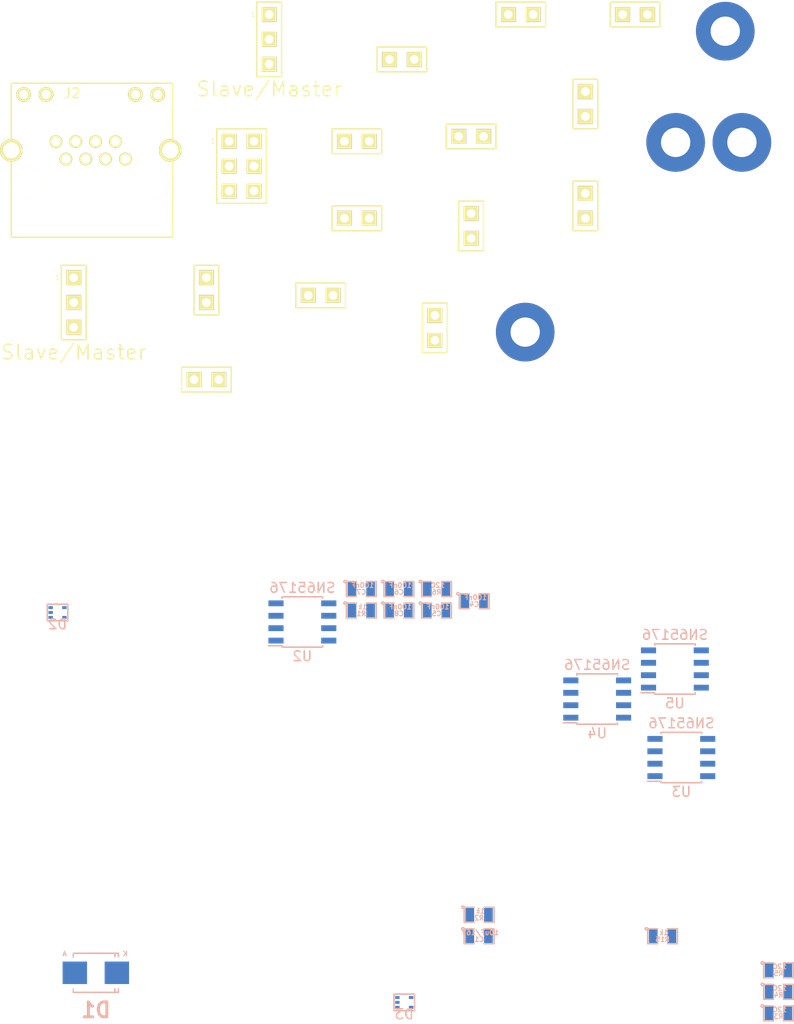
<source format=kicad_pcb>
(kicad_pcb (version 20160815) (host pcbnew 4.1.0-alpha+201609050731+7118~50~ubuntu16.04.1-product)

  (general
    (links 105)
    (no_connects 105)
    (area 0 0 0 0)
    (thickness 1.6)
    (drawings 0)
    (tracks 0)
    (zones 0)
    (modules 41)
    (nets 21)
  )

  (page A4)
  (layers
    (0 F.Cu signal)
    (31 B.Cu signal)
    (32 B.Adhes user)
    (33 F.Adhes user)
    (34 B.Paste user)
    (35 F.Paste user)
    (36 B.SilkS user)
    (37 F.SilkS user)
    (38 B.Mask user)
    (39 F.Mask user)
    (40 Dwgs.User user)
    (41 Cmts.User user)
    (42 Eco1.User user)
    (43 Eco2.User user)
    (44 Edge.Cuts user)
    (45 Margin user)
    (46 B.CrtYd user)
    (47 F.CrtYd user)
    (48 B.Fab user)
    (49 F.Fab user)
  )

  (setup
    (last_trace_width 0.25)
    (user_trace_width 0.25)
    (user_trace_width 0.3)
    (user_trace_width 0.4)
    (user_trace_width 0.5)
    (user_trace_width 0.6)
    (user_trace_width 0.7)
    (user_trace_width 0.8)
    (user_trace_width 0.9)
    (trace_clearance 0.2)
    (zone_clearance 0.2)
    (zone_45_only no)
    (trace_min 0.2)
    (segment_width 0.2)
    (edge_width 0.1)
    (via_size 0.89)
    (via_drill 0.5)
    (via_min_size 0.7)
    (via_min_drill 0.3)
    (uvia_size 0.3)
    (uvia_drill 0.127)
    (uvias_allowed no)
    (uvia_min_size 0.3)
    (uvia_min_drill 0.1)
    (pcb_text_width 0.3)
    (pcb_text_size 1.5 1.5)
    (mod_edge_width 0.15)
    (mod_text_size 1 1)
    (mod_text_width 0.15)
    (pad_size 1.5 1.5)
    (pad_drill 0.6)
    (pad_to_mask_clearance 0.12)
    (aux_axis_origin 0 0)
    (visible_elements 7FFFFF7F)
    (pcbplotparams
      (layerselection 0x010e0_80000001)
      (usegerberextensions false)
      (excludeedgelayer true)
      (linewidth 0.300000)
      (plotframeref false)
      (viasonmask false)
      (mode 1)
      (useauxorigin false)
      (hpglpennumber 1)
      (hpglpenspeed 20)
      (hpglpendiameter 15)
      (psnegative false)
      (psa4output false)
      (plotreference true)
      (plotvalue true)
      (plotinvisibletext false)
      (padsonsilk false)
      (subtractmaskfromsilk false)
      (outputformat 1)
      (mirror false)
      (drillshape 0)
      (scaleselection 1)
      (outputdirectory ../CAM_PROFI/))
  )

  (net 0 "")
  (net 1 VDD)
  (net 2 GND)
  (net 3 "Net-(C8-Pad1)")
  (net 4 /MISO+)
  (net 5 /MISO-)
  (net 6 /MOSI-)
  (net 7 /MOSI+)
  (net 8 /CS+)
  (net 9 /CS-)
  (net 10 /SCLK-)
  (net 11 /SCLK+)
  (net 12 "Net-(J2-Pad10)")
  (net 13 /SLAVE_K)
  (net 14 "Net-(J2-Pad12)")
  (net 15 /MASTER_A)
  (net 16 /MISO)
  (net 17 /MOSI)
  (net 18 /CS)
  (net 19 /SCLK)
  (net 20 "Net-(U3-Pad1)")

  (net_class Default "Toto je výchozí třída sítě."
    (clearance 0.2)
    (trace_width 0.25)
    (via_dia 0.89)
    (via_drill 0.5)
    (uvia_dia 0.3)
    (uvia_drill 0.127)
    (diff_pair_gap 0.25)
    (diff_pair_width 0.2)
    (add_net /CS)
    (add_net /CS+)
    (add_net /CS-)
    (add_net /MASTER_A)
    (add_net /MISO)
    (add_net /MISO+)
    (add_net /MISO-)
    (add_net /MOSI)
    (add_net /MOSI+)
    (add_net /MOSI-)
    (add_net /SCLK)
    (add_net /SCLK+)
    (add_net /SCLK-)
    (add_net /SLAVE_K)
    (add_net GND)
    (add_net "Net-(C8-Pad1)")
    (add_net "Net-(J2-Pad10)")
    (add_net "Net-(J2-Pad12)")
    (add_net "Net-(U3-Pad1)")
    (add_net VDD)
  )

  (net_class dif ""
    (clearance 0.2)
    (trace_width 0.4)
    (via_dia 0.89)
    (via_drill 0.5)
    (uvia_dia 0.3)
    (uvia_drill 0.127)
    (diff_pair_gap 0.25)
    (diff_pair_width 0.2)
  )

  (module Mlab_R:SMD-0805 (layer B.Cu) (tedit 54799E0C) (tstamp 57DBB088)
    (at 46.638101 33.504881)
    (path /568BD989)
    (attr smd)
    (fp_text reference C1 (at 0 0.3175) (layer B.SilkS)
      (effects (font (size 0.50038 0.50038) (thickness 0.10922)) (justify mirror))
    )
    (fp_text value 10uF/16V (at 0.127 -0.381) (layer B.SilkS)
      (effects (font (size 0.50038 0.50038) (thickness 0.10922)) (justify mirror))
    )
    (fp_circle (center -1.651 -0.762) (end -1.651 -0.635) (layer B.SilkS) (width 0.15))
    (fp_line (start -0.508 -0.762) (end -1.524 -0.762) (layer B.SilkS) (width 0.15))
    (fp_line (start -1.524 -0.762) (end -1.524 0.762) (layer B.SilkS) (width 0.15))
    (fp_line (start -1.524 0.762) (end -0.508 0.762) (layer B.SilkS) (width 0.15))
    (fp_line (start 0.508 0.762) (end 1.524 0.762) (layer B.SilkS) (width 0.15))
    (fp_line (start 1.524 0.762) (end 1.524 -0.762) (layer B.SilkS) (width 0.15))
    (fp_line (start 1.524 -0.762) (end 0.508 -0.762) (layer B.SilkS) (width 0.15))
    (pad 1 smd rect (at -0.9525 0) (size 0.889 1.397) (layers B.Cu B.Paste B.Mask)
      (net 1 VDD))
    (pad 2 smd rect (at 0.9525 0) (size 0.889 1.397) (layers B.Cu B.Paste B.Mask)
      (net 2 GND))
    (model MLAB_3D/Resistors/chip_cms.wrl
      (at (xyz 0 0 0))
      (scale (xyz 0.1 0.1 0.1))
      (rotate (xyz 0 0 0))
    )
  )

  (module Mlab_R:SMD-0805 (layer B.Cu) (tedit 54799E0C) (tstamp 57DBB095)
    (at 46.138101 -0.755119)
    (path /57DA989E)
    (attr smd)
    (fp_text reference C4 (at 0 0.3175) (layer B.SilkS)
      (effects (font (size 0.50038 0.50038) (thickness 0.10922)) (justify mirror))
    )
    (fp_text value 100nF (at 0.127 -0.381) (layer B.SilkS)
      (effects (font (size 0.50038 0.50038) (thickness 0.10922)) (justify mirror))
    )
    (fp_circle (center -1.651 -0.762) (end -1.651 -0.635) (layer B.SilkS) (width 0.15))
    (fp_line (start -0.508 -0.762) (end -1.524 -0.762) (layer B.SilkS) (width 0.15))
    (fp_line (start -1.524 -0.762) (end -1.524 0.762) (layer B.SilkS) (width 0.15))
    (fp_line (start -1.524 0.762) (end -0.508 0.762) (layer B.SilkS) (width 0.15))
    (fp_line (start 0.508 0.762) (end 1.524 0.762) (layer B.SilkS) (width 0.15))
    (fp_line (start 1.524 0.762) (end 1.524 -0.762) (layer B.SilkS) (width 0.15))
    (fp_line (start 1.524 -0.762) (end 0.508 -0.762) (layer B.SilkS) (width 0.15))
    (pad 1 smd rect (at -0.9525 0) (size 0.889 1.397) (layers B.Cu B.Paste B.Mask)
      (net 1 VDD))
    (pad 2 smd rect (at 0.9525 0) (size 0.889 1.397) (layers B.Cu B.Paste B.Mask)
      (net 2 GND))
    (model MLAB_3D/Resistors/chip_cms.wrl
      (at (xyz 0 0 0))
      (scale (xyz 0.1 0.1 0.1))
      (rotate (xyz 0 0 0))
    )
  )

  (module Mlab_R:SMD-0805 (layer B.Cu) (tedit 54799E0C) (tstamp 57DBB0A2)
    (at 42.288101 0.194881)
    (path /55C33655)
    (attr smd)
    (fp_text reference C5 (at 0 0.3175) (layer B.SilkS)
      (effects (font (size 0.50038 0.50038) (thickness 0.10922)) (justify mirror))
    )
    (fp_text value 100nF (at 0.127 -0.381) (layer B.SilkS)
      (effects (font (size 0.50038 0.50038) (thickness 0.10922)) (justify mirror))
    )
    (fp_circle (center -1.651 -0.762) (end -1.651 -0.635) (layer B.SilkS) (width 0.15))
    (fp_line (start -0.508 -0.762) (end -1.524 -0.762) (layer B.SilkS) (width 0.15))
    (fp_line (start -1.524 -0.762) (end -1.524 0.762) (layer B.SilkS) (width 0.15))
    (fp_line (start -1.524 0.762) (end -0.508 0.762) (layer B.SilkS) (width 0.15))
    (fp_line (start 0.508 0.762) (end 1.524 0.762) (layer B.SilkS) (width 0.15))
    (fp_line (start 1.524 0.762) (end 1.524 -0.762) (layer B.SilkS) (width 0.15))
    (fp_line (start 1.524 -0.762) (end 0.508 -0.762) (layer B.SilkS) (width 0.15))
    (pad 1 smd rect (at -0.9525 0) (size 0.889 1.397) (layers B.Cu B.Paste B.Mask)
      (net 1 VDD))
    (pad 2 smd rect (at 0.9525 0) (size 0.889 1.397) (layers B.Cu B.Paste B.Mask)
      (net 2 GND))
    (model MLAB_3D/Resistors/chip_cms.wrl
      (at (xyz 0 0 0))
      (scale (xyz 0.1 0.1 0.1))
      (rotate (xyz 0 0 0))
    )
  )

  (module Mlab_R:SMD-0805 (layer B.Cu) (tedit 54799E0C) (tstamp 57DBB0AF)
    (at 38.438101 -2.005119)
    (path /57DA9B5B)
    (attr smd)
    (fp_text reference C6 (at 0 0.3175) (layer B.SilkS)
      (effects (font (size 0.50038 0.50038) (thickness 0.10922)) (justify mirror))
    )
    (fp_text value 100nF (at 0.127 -0.381) (layer B.SilkS)
      (effects (font (size 0.50038 0.50038) (thickness 0.10922)) (justify mirror))
    )
    (fp_circle (center -1.651 -0.762) (end -1.651 -0.635) (layer B.SilkS) (width 0.15))
    (fp_line (start -0.508 -0.762) (end -1.524 -0.762) (layer B.SilkS) (width 0.15))
    (fp_line (start -1.524 -0.762) (end -1.524 0.762) (layer B.SilkS) (width 0.15))
    (fp_line (start -1.524 0.762) (end -0.508 0.762) (layer B.SilkS) (width 0.15))
    (fp_line (start 0.508 0.762) (end 1.524 0.762) (layer B.SilkS) (width 0.15))
    (fp_line (start 1.524 0.762) (end 1.524 -0.762) (layer B.SilkS) (width 0.15))
    (fp_line (start 1.524 -0.762) (end 0.508 -0.762) (layer B.SilkS) (width 0.15))
    (pad 1 smd rect (at -0.9525 0) (size 0.889 1.397) (layers B.Cu B.Paste B.Mask)
      (net 1 VDD))
    (pad 2 smd rect (at 0.9525 0) (size 0.889 1.397) (layers B.Cu B.Paste B.Mask)
      (net 2 GND))
    (model MLAB_3D/Resistors/chip_cms.wrl
      (at (xyz 0 0 0))
      (scale (xyz 0.1 0.1 0.1))
      (rotate (xyz 0 0 0))
    )
  )

  (module Mlab_R:SMD-0805 (layer B.Cu) (tedit 54799E0C) (tstamp 57DBB0BC)
    (at 34.588101 -2.005119)
    (path /57DA9B2A)
    (attr smd)
    (fp_text reference C7 (at 0 0.3175) (layer B.SilkS)
      (effects (font (size 0.50038 0.50038) (thickness 0.10922)) (justify mirror))
    )
    (fp_text value 100nF (at 0.127 -0.381) (layer B.SilkS)
      (effects (font (size 0.50038 0.50038) (thickness 0.10922)) (justify mirror))
    )
    (fp_circle (center -1.651 -0.762) (end -1.651 -0.635) (layer B.SilkS) (width 0.15))
    (fp_line (start -0.508 -0.762) (end -1.524 -0.762) (layer B.SilkS) (width 0.15))
    (fp_line (start -1.524 -0.762) (end -1.524 0.762) (layer B.SilkS) (width 0.15))
    (fp_line (start -1.524 0.762) (end -0.508 0.762) (layer B.SilkS) (width 0.15))
    (fp_line (start 0.508 0.762) (end 1.524 0.762) (layer B.SilkS) (width 0.15))
    (fp_line (start 1.524 0.762) (end 1.524 -0.762) (layer B.SilkS) (width 0.15))
    (fp_line (start 1.524 -0.762) (end 0.508 -0.762) (layer B.SilkS) (width 0.15))
    (pad 1 smd rect (at -0.9525 0) (size 0.889 1.397) (layers B.Cu B.Paste B.Mask)
      (net 1 VDD))
    (pad 2 smd rect (at 0.9525 0) (size 0.889 1.397) (layers B.Cu B.Paste B.Mask)
      (net 2 GND))
    (model MLAB_3D/Resistors/chip_cms.wrl
      (at (xyz 0 0 0))
      (scale (xyz 0.1 0.1 0.1))
      (rotate (xyz 0 0 0))
    )
  )

  (module Mlab_R:SMD-0805 (layer B.Cu) (tedit 54799E0C) (tstamp 57DBB0C9)
    (at 38.438101 0.194881)
    (path /56B25436)
    (attr smd)
    (fp_text reference C8 (at 0 0.3175) (layer B.SilkS)
      (effects (font (size 0.50038 0.50038) (thickness 0.10922)) (justify mirror))
    )
    (fp_text value 100nF (at 0.127 -0.381) (layer B.SilkS)
      (effects (font (size 0.50038 0.50038) (thickness 0.10922)) (justify mirror))
    )
    (fp_circle (center -1.651 -0.762) (end -1.651 -0.635) (layer B.SilkS) (width 0.15))
    (fp_line (start -0.508 -0.762) (end -1.524 -0.762) (layer B.SilkS) (width 0.15))
    (fp_line (start -1.524 -0.762) (end -1.524 0.762) (layer B.SilkS) (width 0.15))
    (fp_line (start -1.524 0.762) (end -0.508 0.762) (layer B.SilkS) (width 0.15))
    (fp_line (start 0.508 0.762) (end 1.524 0.762) (layer B.SilkS) (width 0.15))
    (fp_line (start 1.524 0.762) (end 1.524 -0.762) (layer B.SilkS) (width 0.15))
    (fp_line (start 1.524 -0.762) (end 0.508 -0.762) (layer B.SilkS) (width 0.15))
    (pad 1 smd rect (at -0.9525 0) (size 0.889 1.397) (layers B.Cu B.Paste B.Mask)
      (net 3 "Net-(C8-Pad1)"))
    (pad 2 smd rect (at 0.9525 0) (size 0.889 1.397) (layers B.Cu B.Paste B.Mask)
      (net 2 GND))
    (model MLAB_3D/Resistors/chip_cms.wrl
      (at (xyz 0 0 0))
      (scale (xyz 0.1 0.1 0.1))
      (rotate (xyz 0 0 0))
    )
  )

  (module Mlab_D:Diode-SMB_Standard (layer B.Cu) (tedit 57AB3066) (tstamp 57DBB0E1)
    (at 7.4295 37.238402)
    (descr "Diode SMB Standard")
    (tags "Diode SMB Standard")
    (path /568C1495)
    (attr smd)
    (fp_text reference D1 (at 0 3.81) (layer B.SilkS)
      (effects (font (thickness 0.3048)) (justify mirror))
    )
    (fp_text value SMBJ15A-E3/52 (at 0 -3.81) (layer B.SilkS) hide
      (effects (font (thickness 0.3048)) (justify mirror))
    )
    (fp_text user A (at -3.2004 -1.95072) (layer B.SilkS)
      (effects (font (size 0.50038 0.50038) (thickness 0.09906)) (justify mirror))
    )
    (fp_text user K (at 2.99974 -1.95072) (layer B.SilkS)
      (effects (font (size 0.50038 0.50038) (thickness 0.09906)) (justify mirror))
    )
    (fp_line (start -2.30124 -1.75006) (end -2.30124 -1.6002) (layer B.SilkS) (width 0.15))
    (fp_line (start 1.95072 -1.75006) (end 1.95072 -1.651) (layer B.SilkS) (width 0.15))
    (fp_line (start 2.30124 -1.75006) (end 2.30124 -1.651) (layer B.SilkS) (width 0.15))
    (fp_line (start -2.30124 1.75006) (end -2.30124 1.651) (layer B.SilkS) (width 0.15))
    (fp_line (start 1.95072 1.75006) (end 1.95072 1.651) (layer B.SilkS) (width 0.15))
    (fp_line (start 2.30124 1.75006) (end 2.30124 1.651) (layer B.SilkS) (width 0.15))
    (fp_circle (center 0 0) (end 0.44958 -0.09906) (layer B.Adhes) (width 0.381))
    (fp_circle (center 0 0) (end 0.20066 -0.09906) (layer B.Adhes) (width 0.381))
    (fp_line (start 1.95072 -1.99898) (end 1.95072 -1.80086) (layer B.SilkS) (width 0.15))
    (fp_line (start 1.95072 1.99898) (end 1.95072 1.80086) (layer B.SilkS) (width 0.15))
    (fp_line (start 2.29616 -1.99644) (end 2.29616 -1.79832) (layer B.SilkS) (width 0.15))
    (fp_line (start -2.30632 -1.99644) (end 2.29616 -1.99644) (layer B.SilkS) (width 0.15))
    (fp_line (start -2.30632 -1.99644) (end -2.30632 -1.79832) (layer B.SilkS) (width 0.15))
    (fp_line (start -2.30124 1.99898) (end -2.30124 1.80086) (layer B.SilkS) (width 0.15))
    (fp_line (start -2.30124 1.99898) (end 2.30124 1.99898) (layer B.SilkS) (width 0.15))
    (fp_line (start 2.30124 1.99898) (end 2.30124 1.80086) (layer B.SilkS) (width 0.15))
    (pad 2 smd rect (at -2.14884 0) (size 2.49936 2.30124) (layers B.Cu B.Paste B.Mask)
      (net 1 VDD))
    (pad 1 smd rect (at 2.14884 0) (size 2.49936 2.30124) (layers B.Cu B.Paste B.Mask)
      (net 2 GND))
    (model MLAB_3D/Diodes/SMB.wrl
      (at (xyz 0 0 0))
      (scale (xyz 0.3937 0.3937 0.3937))
      (rotate (xyz 0 0 0))
    )
  )

  (module Mlab_IO:SOT-553 (layer B.Cu) (tedit 568CDF02) (tstamp 57DBB0EE)
    (at 3.509624 0.395502)
    (descr SOT553)
    (path /568CF656)
    (attr smd)
    (fp_text reference D2 (at 0 1.19888) (layer B.SilkS)
      (effects (font (size 1 1) (thickness 0.15)) (justify mirror))
    )
    (fp_text value SP1001-04XTG (at 0 -1.34874) (layer B.Fab) hide
      (effects (font (size 1 1) (thickness 0.15)) (justify mirror))
    )
    (fp_line (start -1.04902 0.8509) (end 1.04902 0.8509) (layer B.SilkS) (width 0.15))
    (fp_line (start 1.04902 0.8509) (end 1.04902 -0.8509) (layer B.SilkS) (width 0.15))
    (fp_line (start 1.04902 -0.8509) (end -1.04902 -0.8509) (layer B.SilkS) (width 0.15))
    (fp_line (start -1.04902 -0.8509) (end -1.04902 0.8509) (layer B.SilkS) (width 0.15))
    (pad 1 smd rect (at -0.70104 0.50038) (size 0.44958 0.29972) (layers B.Cu B.Paste B.Mask)
      (net 4 /MISO+))
    (pad 3 smd rect (at -0.70104 -0.50038) (size 0.44958 0.29972) (layers B.Cu B.Paste B.Mask)
      (net 5 /MISO-))
    (pad 5 smd rect (at 0.70104 0.50038) (size 0.44958 0.29972) (layers B.Cu B.Paste B.Mask)
      (net 6 /MOSI-))
    (pad 2 smd rect (at -0.70104 0) (size 0.44958 0.29972) (layers B.Cu B.Paste B.Mask)
      (net 2 GND))
    (pad 4 smd rect (at 0.70104 -0.50038) (size 0.44958 0.29972) (layers B.Cu B.Paste B.Mask)
      (net 7 /MOSI+))
    (model TO_SOT_Packages_SMD.3dshapes/SOT-553.wrl
      (at (xyz 0 0 0))
      (scale (xyz 0.77 0.65 0.7))
      (rotate (xyz 0 0 90))
    )
  )

  (module Mlab_IO:SOT-553 (layer B.Cu) (tedit 568CDF02) (tstamp 57DBB0FB)
    (at 38.979624 40.265502)
    (descr SOT553)
    (path /568CFCCB)
    (attr smd)
    (fp_text reference D3 (at 0 1.19888) (layer B.SilkS)
      (effects (font (size 1 1) (thickness 0.15)) (justify mirror))
    )
    (fp_text value SP1001-04XTG (at 0 -1.34874) (layer B.Fab) hide
      (effects (font (size 1 1) (thickness 0.15)) (justify mirror))
    )
    (fp_line (start -1.04902 0.8509) (end 1.04902 0.8509) (layer B.SilkS) (width 0.15))
    (fp_line (start 1.04902 0.8509) (end 1.04902 -0.8509) (layer B.SilkS) (width 0.15))
    (fp_line (start 1.04902 -0.8509) (end -1.04902 -0.8509) (layer B.SilkS) (width 0.15))
    (fp_line (start -1.04902 -0.8509) (end -1.04902 0.8509) (layer B.SilkS) (width 0.15))
    (pad 1 smd rect (at -0.70104 0.50038) (size 0.44958 0.29972) (layers B.Cu B.Paste B.Mask)
      (net 8 /CS+))
    (pad 3 smd rect (at -0.70104 -0.50038) (size 0.44958 0.29972) (layers B.Cu B.Paste B.Mask)
      (net 9 /CS-))
    (pad 5 smd rect (at 0.70104 0.50038) (size 0.44958 0.29972) (layers B.Cu B.Paste B.Mask)
      (net 10 /SCLK-))
    (pad 2 smd rect (at -0.70104 0) (size 0.44958 0.29972) (layers B.Cu B.Paste B.Mask)
      (net 2 GND))
    (pad 4 smd rect (at 0.70104 -0.50038) (size 0.44958 0.29972) (layers B.Cu B.Paste B.Mask)
      (net 11 /SCLK+))
    (model TO_SOT_Packages_SMD.3dshapes/SOT-553.wrl
      (at (xyz 0 0 0))
      (scale (xyz 0.77 0.65 0.7))
      (rotate (xyz 0 0 90))
    )
  )

  (module Mlab_Pin_Headers:Straight_2x01 (layer F.Cu) (tedit 5545E8D2) (tstamp 57DBB105)
    (at 30.431528 -32.03212)
    (descr "pin header straight 2x01")
    (tags "pin header straight 2x01")
    (path /57D80B60)
    (fp_text reference J1 (at 0 -2.54) (layer F.SilkS) hide
      (effects (font (size 1.5 1.5) (thickness 0.15)))
    )
    (fp_text value JUMP_2x1 (at 0 2.54) (layer F.SilkS) hide
      (effects (font (size 1.5 1.5) (thickness 0.15)))
    )
    (fp_line (start -2.54 -1.27) (end 2.54 -1.27) (layer F.SilkS) (width 0.15))
    (fp_line (start 2.54 -1.27) (end 2.54 1.27) (layer F.SilkS) (width 0.15))
    (fp_line (start 2.54 1.27) (end -2.54 1.27) (layer F.SilkS) (width 0.15))
    (fp_line (start -2.54 1.27) (end -2.54 -1.27) (layer F.SilkS) (width 0.15))
    (pad 1 thru_hole rect (at -1.27 0) (size 1.524 1.524) (drill 0.889) (layers *.Cu *.Mask F.SilkS)
      (net 7 /MOSI+))
    (pad 2 thru_hole rect (at 1.27 0) (size 1.524 1.524) (drill 0.889) (layers *.Cu *.Mask F.SilkS)
      (net 7 /MOSI+))
    (model Pin_Headers/Pin_Header_Straight_2x01.wrl
      (at (xyz 0 0 0))
      (scale (xyz 1 1 1))
      (rotate (xyz 0 0 90))
    )
  )

  (module "Mlab_CON:RJHSE-5384(RJ45)" (layer F.Cu) (tedit 56B1E39D) (tstamp 57DBB11D)
    (at 0.5551 -43.434619)
    (path /568B891C)
    (fp_text reference J2 (at 4.445 -9.271) (layer F.SilkS)
      (effects (font (size 1 1) (thickness 0.15)))
    )
    (fp_text value RJ45_RJHSE-5384 (at 6.4516 4.1275) (layer F.Fab) hide
      (effects (font (size 1 1) (thickness 0.15)))
    )
    (fp_line (start -1.78 -10.27) (end -1.78 5.46) (layer F.SilkS) (width 0.15))
    (fp_line (start -1.78 5.46) (end 14.73 5.46) (layer F.SilkS) (width 0.15))
    (fp_line (start 14.73 5.46) (end 14.73 -10.29) (layer F.SilkS) (width 0.15))
    (fp_line (start 14.73 -10.29) (end -1.78 -10.29) (layer F.SilkS) (width 0.15))
    (pad "" np_thru_hole circle (at 0 0) (size 3.3 3.3) (drill 3.3) (layers *.Cu *.Mask F.SilkS))
    (pad "" np_thru_hole circle (at 12.7 0) (size 3.3 3.3) (drill 3.3) (layers *.Cu *.Mask F.SilkS))
    (pad 14 thru_hole circle (at 14.48 -3.43) (size 2.3 2.3) (drill 1.65) (layers *.Cu *.Mask F.SilkS))
    (pad 13 thru_hole circle (at -1.78 -3.43) (size 2.3 2.3) (drill 1.65) (layers *.Cu *.Mask F.SilkS)
      (net 3 "Net-(C8-Pad1)"))
    (pad 7 thru_hole circle (at 3.81 -2.54) (size 1.3 1.3) (drill 0.93) (layers *.Cu *.Mask F.SilkS)
      (net 5 /MISO-))
    (pad 5 thru_hole circle (at 5.84 -2.54) (size 1.3 1.3) (drill 0.93) (layers *.Cu *.Mask F.SilkS)
      (net 7 /MOSI+))
    (pad 3 thru_hole circle (at 7.87 -2.54) (size 1.3 1.3) (drill 0.93) (layers *.Cu *.Mask F.SilkS)
      (net 9 /CS-))
    (pad 1 thru_hole circle (at 9.9 -2.54) (size 1.3 1.3) (drill 0.93) (layers *.Cu *.Mask F.SilkS)
      (net 10 /SCLK-))
    (pad 8 thru_hole circle (at 2.79 -4.32) (size 1.3 1.3) (drill 0.93) (layers *.Cu *.Mask F.SilkS)
      (net 4 /MISO+))
    (pad 6 thru_hole circle (at 4.82 -4.32) (size 1.3 1.3) (drill 0.93) (layers *.Cu *.Mask F.SilkS)
      (net 8 /CS+))
    (pad 4 thru_hole circle (at 6.85 -4.32) (size 1.3 1.3) (drill 0.93) (layers *.Cu *.Mask F.SilkS)
      (net 6 /MOSI-))
    (pad 2 thru_hole circle (at 8.88 -4.32) (size 1.3 1.3) (drill 0.93) (layers *.Cu *.Mask F.SilkS)
      (net 11 /SCLK+))
    (pad 9 thru_hole circle (at 13.21 -9.14) (size 1.5 1.5) (drill 0.93) (layers *.Cu *.Mask F.SilkS)
      (net 2 GND))
    (pad 10 thru_hole circle (at 10.92 -9.14) (size 1.5 1.5) (drill 0.93) (layers *.Cu *.Mask F.SilkS)
      (net 12 "Net-(J2-Pad10)"))
    (pad 11 thru_hole circle (at 1.78 -9.14) (size 1.5 1.5) (drill 0.93) (layers *.Cu *.Mask F.SilkS)
      (net 13 /SLAVE_K))
    (pad 12 thru_hole circle (at -0.51 -9.14) (size 1.5 1.5) (drill 0.93) (layers *.Cu *.Mask F.SilkS)
      (net 14 "Net-(J2-Pad12)"))
  )

  (module Mlab_Pin_Headers:Straight_2x01 (layer F.Cu) (tedit 5545E8D2) (tstamp 57DBB127)
    (at 62.591528 -60.75212)
    (descr "pin header straight 2x01")
    (tags "pin header straight 2x01")
    (path /57D80B66)
    (fp_text reference J3 (at 0 -2.54) (layer F.SilkS) hide
      (effects (font (size 1.5 1.5) (thickness 0.15)))
    )
    (fp_text value JUMP_2x1 (at 0 2.54) (layer F.SilkS) hide
      (effects (font (size 1.5 1.5) (thickness 0.15)))
    )
    (fp_line (start -2.54 -1.27) (end 2.54 -1.27) (layer F.SilkS) (width 0.15))
    (fp_line (start 2.54 -1.27) (end 2.54 1.27) (layer F.SilkS) (width 0.15))
    (fp_line (start 2.54 1.27) (end -2.54 1.27) (layer F.SilkS) (width 0.15))
    (fp_line (start -2.54 1.27) (end -2.54 -1.27) (layer F.SilkS) (width 0.15))
    (pad 1 thru_hole rect (at -1.27 0) (size 1.524 1.524) (drill 0.889) (layers *.Cu *.Mask F.SilkS)
      (net 6 /MOSI-))
    (pad 2 thru_hole rect (at 1.27 0) (size 1.524 1.524) (drill 0.889) (layers *.Cu *.Mask F.SilkS)
      (net 6 /MOSI-))
    (model Pin_Headers/Pin_Header_Straight_2x01.wrl
      (at (xyz 0 0 0))
      (scale (xyz 1 1 1))
      (rotate (xyz 0 0 90))
    )
  )

  (module Mlab_Pin_Headers:Straight_2x01 (layer F.Cu) (tedit 5545E8D2) (tstamp 57DBB131)
    (at 45.821528 -48.28212)
    (descr "pin header straight 2x01")
    (tags "pin header straight 2x01")
    (path /568D8FDE)
    (fp_text reference J4 (at 0 -2.54) (layer F.SilkS) hide
      (effects (font (size 1.5 1.5) (thickness 0.15)))
    )
    (fp_text value JUMP_2x1 (at 0 2.54) (layer F.SilkS) hide
      (effects (font (size 1.5 1.5) (thickness 0.15)))
    )
    (fp_line (start -2.54 -1.27) (end 2.54 -1.27) (layer F.SilkS) (width 0.15))
    (fp_line (start 2.54 -1.27) (end 2.54 1.27) (layer F.SilkS) (width 0.15))
    (fp_line (start 2.54 1.27) (end -2.54 1.27) (layer F.SilkS) (width 0.15))
    (fp_line (start -2.54 1.27) (end -2.54 -1.27) (layer F.SilkS) (width 0.15))
    (pad 1 thru_hole rect (at -1.27 0) (size 1.524 1.524) (drill 0.889) (layers *.Cu *.Mask F.SilkS)
      (net 4 /MISO+))
    (pad 2 thru_hole rect (at 1.27 0) (size 1.524 1.524) (drill 0.889) (layers *.Cu *.Mask F.SilkS)
      (net 4 /MISO+))
    (model Pin_Headers/Pin_Header_Straight_2x01.wrl
      (at (xyz 0 0 0))
      (scale (xyz 1 1 1))
      (rotate (xyz 0 0 90))
    )
  )

  (module Mlab_Pin_Headers:Straight_2x01 (layer F.Cu) (tedit 5545E8D2) (tstamp 57DBB13B)
    (at 18.741528 -23.42212)
    (descr "pin header straight 2x01")
    (tags "pin header straight 2x01")
    (path /568D9408)
    (fp_text reference J5 (at 0 -2.54) (layer F.SilkS) hide
      (effects (font (size 1.5 1.5) (thickness 0.15)))
    )
    (fp_text value JUMP_2x1 (at 0 2.54) (layer F.SilkS) hide
      (effects (font (size 1.5 1.5) (thickness 0.15)))
    )
    (fp_line (start -2.54 -1.27) (end 2.54 -1.27) (layer F.SilkS) (width 0.15))
    (fp_line (start 2.54 -1.27) (end 2.54 1.27) (layer F.SilkS) (width 0.15))
    (fp_line (start 2.54 1.27) (end -2.54 1.27) (layer F.SilkS) (width 0.15))
    (fp_line (start -2.54 1.27) (end -2.54 -1.27) (layer F.SilkS) (width 0.15))
    (pad 1 thru_hole rect (at -1.27 0) (size 1.524 1.524) (drill 0.889) (layers *.Cu *.Mask F.SilkS)
      (net 5 /MISO-))
    (pad 2 thru_hole rect (at 1.27 0) (size 1.524 1.524) (drill 0.889) (layers *.Cu *.Mask F.SilkS)
      (net 5 /MISO-))
    (model Pin_Headers/Pin_Header_Straight_2x01.wrl
      (at (xyz 0 0 0))
      (scale (xyz 1 1 1))
      (rotate (xyz 0 0 90))
    )
  )

  (module Mlab_Pin_Headers:Straight_2x01 (layer F.Cu) (tedit 5545E8D2) (tstamp 57DBB145)
    (at 34.131528 -39.91212)
    (descr "pin header straight 2x01")
    (tags "pin header straight 2x01")
    (path /568DB005)
    (fp_text reference J6 (at 0 -2.54) (layer F.SilkS) hide
      (effects (font (size 1.5 1.5) (thickness 0.15)))
    )
    (fp_text value JUMP_2x1 (at 0 2.54) (layer F.SilkS) hide
      (effects (font (size 1.5 1.5) (thickness 0.15)))
    )
    (fp_line (start -2.54 -1.27) (end 2.54 -1.27) (layer F.SilkS) (width 0.15))
    (fp_line (start 2.54 -1.27) (end 2.54 1.27) (layer F.SilkS) (width 0.15))
    (fp_line (start 2.54 1.27) (end -2.54 1.27) (layer F.SilkS) (width 0.15))
    (fp_line (start -2.54 1.27) (end -2.54 -1.27) (layer F.SilkS) (width 0.15))
    (pad 1 thru_hole rect (at -1.27 0) (size 1.524 1.524) (drill 0.889) (layers *.Cu *.Mask F.SilkS)
      (net 8 /CS+))
    (pad 2 thru_hole rect (at 1.27 0) (size 1.524 1.524) (drill 0.889) (layers *.Cu *.Mask F.SilkS)
      (net 8 /CS+))
    (model Pin_Headers/Pin_Header_Straight_2x01.wrl
      (at (xyz 0 0 0))
      (scale (xyz 1 1 1))
      (rotate (xyz 0 0 90))
    )
  )

  (module Mlab_Pin_Headers:Straight_2x01 (layer F.Cu) (tedit 5545E8D2) (tstamp 57DBB14F)
    (at 50.901528 -60.75212)
    (descr "pin header straight 2x01")
    (tags "pin header straight 2x01")
    (path /568DB07B)
    (fp_text reference J7 (at 0 -2.54) (layer F.SilkS) hide
      (effects (font (size 1.5 1.5) (thickness 0.15)))
    )
    (fp_text value JUMP_2x1 (at 0 2.54) (layer F.SilkS) hide
      (effects (font (size 1.5 1.5) (thickness 0.15)))
    )
    (fp_line (start -2.54 -1.27) (end 2.54 -1.27) (layer F.SilkS) (width 0.15))
    (fp_line (start 2.54 -1.27) (end 2.54 1.27) (layer F.SilkS) (width 0.15))
    (fp_line (start 2.54 1.27) (end -2.54 1.27) (layer F.SilkS) (width 0.15))
    (fp_line (start -2.54 1.27) (end -2.54 -1.27) (layer F.SilkS) (width 0.15))
    (pad 1 thru_hole rect (at -1.27 0) (size 1.524 1.524) (drill 0.889) (layers *.Cu *.Mask F.SilkS)
      (net 9 /CS-))
    (pad 2 thru_hole rect (at 1.27 0) (size 1.524 1.524) (drill 0.889) (layers *.Cu *.Mask F.SilkS)
      (net 9 /CS-))
    (model Pin_Headers/Pin_Header_Straight_2x01.wrl
      (at (xyz 0 0 0))
      (scale (xyz 1 1 1))
      (rotate (xyz 0 0 90))
    )
  )

  (module Mlab_Pin_Headers:Straight_2x01 (layer F.Cu) (tedit 5545E8D2) (tstamp 57DBB159)
    (at 34.131528 -47.79212)
    (descr "pin header straight 2x01")
    (tags "pin header straight 2x01")
    (path /568DB1C8)
    (fp_text reference J8 (at 0 -2.54) (layer F.SilkS) hide
      (effects (font (size 1.5 1.5) (thickness 0.15)))
    )
    (fp_text value JUMP_2x1 (at 0 2.54) (layer F.SilkS) hide
      (effects (font (size 1.5 1.5) (thickness 0.15)))
    )
    (fp_line (start -2.54 -1.27) (end 2.54 -1.27) (layer F.SilkS) (width 0.15))
    (fp_line (start 2.54 -1.27) (end 2.54 1.27) (layer F.SilkS) (width 0.15))
    (fp_line (start 2.54 1.27) (end -2.54 1.27) (layer F.SilkS) (width 0.15))
    (fp_line (start -2.54 1.27) (end -2.54 -1.27) (layer F.SilkS) (width 0.15))
    (pad 1 thru_hole rect (at -1.27 0) (size 1.524 1.524) (drill 0.889) (layers *.Cu *.Mask F.SilkS)
      (net 11 /SCLK+))
    (pad 2 thru_hole rect (at 1.27 0) (size 1.524 1.524) (drill 0.889) (layers *.Cu *.Mask F.SilkS)
      (net 11 /SCLK+))
    (model Pin_Headers/Pin_Header_Straight_2x01.wrl
      (at (xyz 0 0 0))
      (scale (xyz 1 1 1))
      (rotate (xyz 0 0 90))
    )
  )

  (module Mlab_Pin_Headers:Straight_2x01 (layer F.Cu) (tedit 5545E8D2) (tstamp 57DBB163)
    (at 38.741528 -56.16212)
    (descr "pin header straight 2x01")
    (tags "pin header straight 2x01")
    (path /568DB2A0)
    (fp_text reference J9 (at 0 -2.54) (layer F.SilkS) hide
      (effects (font (size 1.5 1.5) (thickness 0.15)))
    )
    (fp_text value JUMP_2x1 (at 0 2.54) (layer F.SilkS) hide
      (effects (font (size 1.5 1.5) (thickness 0.15)))
    )
    (fp_line (start -2.54 -1.27) (end 2.54 -1.27) (layer F.SilkS) (width 0.15))
    (fp_line (start 2.54 -1.27) (end 2.54 1.27) (layer F.SilkS) (width 0.15))
    (fp_line (start 2.54 1.27) (end -2.54 1.27) (layer F.SilkS) (width 0.15))
    (fp_line (start -2.54 1.27) (end -2.54 -1.27) (layer F.SilkS) (width 0.15))
    (pad 1 thru_hole rect (at -1.27 0) (size 1.524 1.524) (drill 0.889) (layers *.Cu *.Mask F.SilkS)
      (net 10 /SCLK-))
    (pad 2 thru_hole rect (at 1.27 0) (size 1.524 1.524) (drill 0.889) (layers *.Cu *.Mask F.SilkS)
      (net 10 /SCLK-))
    (model Pin_Headers/Pin_Header_Straight_2x01.wrl
      (at (xyz 0 0 0))
      (scale (xyz 1 1 1))
      (rotate (xyz 0 0 90))
    )
  )

  (module Mlab_Pin_Headers:Straight_2x03 (layer F.Cu) (tedit 55DC1460) (tstamp 57DBB172)
    (at 22.338671 -45.25212)
    (descr "pin header straight 2x03")
    (tags "pin header straight 2x03")
    (path /568C2E13)
    (fp_text reference J10 (at 0 -5.08) (layer F.SilkS) hide
      (effects (font (size 1.5 1.5) (thickness 0.15)))
    )
    (fp_text value JUMP_3X2 (at 0 5.08) (layer F.SilkS) hide
      (effects (font (size 1.5 1.5) (thickness 0.15)))
    )
    (fp_text user 1 (at -2.921 -2.54) (layer F.SilkS)
      (effects (font (size 0.5 0.5) (thickness 0.05)))
    )
    (fp_line (start -2.54 -3.81) (end 2.54 -3.81) (layer F.SilkS) (width 0.15))
    (fp_line (start 2.54 -3.81) (end 2.54 3.81) (layer F.SilkS) (width 0.15))
    (fp_line (start 2.54 3.81) (end -2.54 3.81) (layer F.SilkS) (width 0.15))
    (fp_line (start -2.54 3.81) (end -2.54 -3.81) (layer F.SilkS) (width 0.15))
    (pad 1 thru_hole rect (at -1.27 -2.54) (size 1.524 1.524) (drill 0.889) (layers *.Cu *.Mask F.SilkS)
      (net 2 GND))
    (pad 2 thru_hole rect (at 1.27 -2.54) (size 1.524 1.524) (drill 0.889) (layers *.Cu *.Mask F.SilkS)
      (net 2 GND))
    (pad 3 thru_hole rect (at -1.27 0) (size 1.524 1.524) (drill 0.889) (layers *.Cu *.Mask F.SilkS)
      (net 1 VDD))
    (pad 4 thru_hole rect (at 1.27 0) (size 1.524 1.524) (drill 0.889) (layers *.Cu *.Mask F.SilkS)
      (net 1 VDD))
    (pad 5 thru_hole rect (at -1.27 2.54) (size 1.524 1.524) (drill 0.889) (layers *.Cu *.Mask F.SilkS)
      (net 2 GND))
    (pad 6 thru_hole rect (at 1.27 2.54) (size 1.524 1.524) (drill 0.889) (layers *.Cu *.Mask F.SilkS)
      (net 2 GND))
    (model Pin_Headers/Pin_Header_Straight_2x03.wrl
      (at (xyz 0 0 0))
      (scale (xyz 1 1 1))
      (rotate (xyz 0 0 90))
    )
  )

  (module Mlab_Pin_Headers:Straight_1x03 (layer F.Cu) (tedit 5454C210) (tstamp 57DBB17E)
    (at 25.164385 -58.21212)
    (descr "pin header straight 1x03")
    (tags "pin header straight 1x03")
    (path /57DABA91)
    (fp_text reference J11 (at 0 -5.08) (layer F.SilkS) hide
      (effects (font (size 1.5 1.5) (thickness 0.15)))
    )
    (fp_text value Slave/Master (at 0 5.08) (layer F.SilkS)
      (effects (font (size 1.5 1.5) (thickness 0.15)))
    )
    (fp_text user 1 (at -1.651 -2.54) (layer F.SilkS)
      (effects (font (size 0.5 0.5) (thickness 0.05)))
    )
    (fp_line (start -1.27 -3.81) (end 1.27 -3.81) (layer F.SilkS) (width 0.15))
    (fp_line (start 1.27 -3.81) (end 1.27 3.81) (layer F.SilkS) (width 0.15))
    (fp_line (start 1.27 3.81) (end -1.27 3.81) (layer F.SilkS) (width 0.15))
    (fp_line (start -1.27 3.81) (end -1.27 -3.81) (layer F.SilkS) (width 0.15))
    (pad 3 thru_hole rect (at 0 2.54) (size 1.524 1.524) (drill 0.889) (layers *.Cu *.Mask F.SilkS)
      (net 1 VDD))
    (pad 2 thru_hole rect (at 0 0) (size 1.524 1.524) (drill 0.889) (layers *.Cu *.Mask F.SilkS)
      (net 13 /SLAVE_K))
    (pad 1 thru_hole rect (at 0 -2.54) (size 1.524 1.524) (drill 0.889) (layers *.Cu *.Mask F.SilkS)
      (net 2 GND))
    (model Pin_Headers/Pin_Header_Straight_1x03.wrl
      (at (xyz 0 0 0))
      (scale (xyz 1 1 1))
      (rotate (xyz 0 0 90))
    )
  )

  (module Mlab_Pin_Headers:Straight_1x03 (layer F.Cu) (tedit 5454C210) (tstamp 57DBB18A)
    (at 5.164385 -31.30212)
    (descr "pin header straight 1x03")
    (tags "pin header straight 1x03")
    (path /568C8AEC)
    (fp_text reference J12 (at 0 -5.08) (layer F.SilkS) hide
      (effects (font (size 1.5 1.5) (thickness 0.15)))
    )
    (fp_text value Slave/Master (at 0 5.08) (layer F.SilkS)
      (effects (font (size 1.5 1.5) (thickness 0.15)))
    )
    (fp_text user 1 (at -1.651 -2.54) (layer F.SilkS)
      (effects (font (size 0.5 0.5) (thickness 0.05)))
    )
    (fp_line (start -1.27 -3.81) (end 1.27 -3.81) (layer F.SilkS) (width 0.15))
    (fp_line (start 1.27 -3.81) (end 1.27 3.81) (layer F.SilkS) (width 0.15))
    (fp_line (start 1.27 3.81) (end -1.27 3.81) (layer F.SilkS) (width 0.15))
    (fp_line (start -1.27 3.81) (end -1.27 -3.81) (layer F.SilkS) (width 0.15))
    (pad 3 thru_hole rect (at 0 2.54) (size 1.524 1.524) (drill 0.889) (layers *.Cu *.Mask F.SilkS)
      (net 1 VDD))
    (pad 2 thru_hole rect (at 0 0) (size 1.524 1.524) (drill 0.889) (layers *.Cu *.Mask F.SilkS)
      (net 15 /MASTER_A))
    (pad 1 thru_hole rect (at 0 -2.54) (size 1.524 1.524) (drill 0.889) (layers *.Cu *.Mask F.SilkS)
      (net 2 GND))
    (model Pin_Headers/Pin_Header_Straight_1x03.wrl
      (at (xyz 0 0 0))
      (scale (xyz 1 1 1))
      (rotate (xyz 0 0 90))
    )
  )

  (module Mlab_Pin_Headers:Straight_1x02 (layer F.Cu) (tedit 5535DB0D) (tstamp 57DBB195)
    (at 18.741528 -32.57212)
    (descr "pin header straight 1x02")
    (tags "pin header straight 1x02")
    (path /568B97B4)
    (fp_text reference J19 (at 0 -3.81) (layer F.SilkS) hide
      (effects (font (size 1.5 1.5) (thickness 0.15)))
    )
    (fp_text value JUMP_2x1 (at 0 3.81) (layer F.SilkS) hide
      (effects (font (size 1.5 1.5) (thickness 0.15)))
    )
    (fp_text user 1 (at -1.651 -1.27) (layer F.SilkS) hide
      (effects (font (size 0.5 0.5) (thickness 0.05)))
    )
    (fp_line (start -1.27 -2.54) (end 1.27 -2.54) (layer F.SilkS) (width 0.15))
    (fp_line (start 1.27 -2.54) (end 1.27 2.54) (layer F.SilkS) (width 0.15))
    (fp_line (start 1.27 2.54) (end -1.27 2.54) (layer F.SilkS) (width 0.15))
    (fp_line (start -1.27 2.54) (end -1.27 -2.54) (layer F.SilkS) (width 0.15))
    (pad 2 thru_hole rect (at 0 1.27) (size 1.524 1.524) (drill 0.889) (layers *.Cu *.Mask F.SilkS)
      (net 16 /MISO))
    (pad 1 thru_hole rect (at 0 -1.27) (size 1.524 1.524) (drill 0.889) (layers *.Cu *.Mask F.SilkS)
      (net 16 /MISO))
    (model Pin_Headers/Pin_Header_Straight_1x02.wrl
      (at (xyz 0 0 0))
      (scale (xyz 1 1 1))
      (rotate (xyz 0 0 90))
    )
  )

  (module Mlab_Pin_Headers:Straight_1x02 (layer F.Cu) (tedit 5535DB0D) (tstamp 57DBB1A0)
    (at 45.821528 -39.13212)
    (descr "pin header straight 1x02")
    (tags "pin header straight 1x02")
    (path /568B9545)
    (fp_text reference J20 (at 0 -3.81) (layer F.SilkS) hide
      (effects (font (size 1.5 1.5) (thickness 0.15)))
    )
    (fp_text value JUMP_2x1 (at 0 3.81) (layer F.SilkS) hide
      (effects (font (size 1.5 1.5) (thickness 0.15)))
    )
    (fp_text user 1 (at -1.651 -1.27) (layer F.SilkS) hide
      (effects (font (size 0.5 0.5) (thickness 0.05)))
    )
    (fp_line (start -1.27 -2.54) (end 1.27 -2.54) (layer F.SilkS) (width 0.15))
    (fp_line (start 1.27 -2.54) (end 1.27 2.54) (layer F.SilkS) (width 0.15))
    (fp_line (start 1.27 2.54) (end -1.27 2.54) (layer F.SilkS) (width 0.15))
    (fp_line (start -1.27 2.54) (end -1.27 -2.54) (layer F.SilkS) (width 0.15))
    (pad 2 thru_hole rect (at 0 1.27) (size 1.524 1.524) (drill 0.889) (layers *.Cu *.Mask F.SilkS)
      (net 17 /MOSI))
    (pad 1 thru_hole rect (at 0 -1.27) (size 1.524 1.524) (drill 0.889) (layers *.Cu *.Mask F.SilkS)
      (net 17 /MOSI))
    (model Pin_Headers/Pin_Header_Straight_1x02.wrl
      (at (xyz 0 0 0))
      (scale (xyz 1 1 1))
      (rotate (xyz 0 0 90))
    )
  )

  (module Mlab_Pin_Headers:Straight_1x02 (layer F.Cu) (tedit 5535DB0D) (tstamp 57DBB1AB)
    (at 57.511528 -51.60212)
    (descr "pin header straight 1x02")
    (tags "pin header straight 1x02")
    (path /568B95C0)
    (fp_text reference J21 (at 0 -3.81) (layer F.SilkS) hide
      (effects (font (size 1.5 1.5) (thickness 0.15)))
    )
    (fp_text value JUMP_2x1 (at 0 3.81) (layer F.SilkS) hide
      (effects (font (size 1.5 1.5) (thickness 0.15)))
    )
    (fp_text user 1 (at -1.651 -1.27) (layer F.SilkS) hide
      (effects (font (size 0.5 0.5) (thickness 0.05)))
    )
    (fp_line (start -1.27 -2.54) (end 1.27 -2.54) (layer F.SilkS) (width 0.15))
    (fp_line (start 1.27 -2.54) (end 1.27 2.54) (layer F.SilkS) (width 0.15))
    (fp_line (start 1.27 2.54) (end -1.27 2.54) (layer F.SilkS) (width 0.15))
    (fp_line (start -1.27 2.54) (end -1.27 -2.54) (layer F.SilkS) (width 0.15))
    (pad 2 thru_hole rect (at 0 1.27) (size 1.524 1.524) (drill 0.889) (layers *.Cu *.Mask F.SilkS)
      (net 18 /CS))
    (pad 1 thru_hole rect (at 0 -1.27) (size 1.524 1.524) (drill 0.889) (layers *.Cu *.Mask F.SilkS)
      (net 18 /CS))
    (model Pin_Headers/Pin_Header_Straight_1x02.wrl
      (at (xyz 0 0 0))
      (scale (xyz 1 1 1))
      (rotate (xyz 0 0 90))
    )
  )

  (module Mlab_Pin_Headers:Straight_1x02 (layer F.Cu) (tedit 5535DB0D) (tstamp 57DBB1B6)
    (at 42.121528 -28.71212)
    (descr "pin header straight 1x02")
    (tags "pin header straight 1x02")
    (path /568B9802)
    (fp_text reference J22 (at 0 -3.81) (layer F.SilkS) hide
      (effects (font (size 1.5 1.5) (thickness 0.15)))
    )
    (fp_text value JUMP_2x1 (at 0 3.81) (layer F.SilkS) hide
      (effects (font (size 1.5 1.5) (thickness 0.15)))
    )
    (fp_text user 1 (at -1.651 -1.27) (layer F.SilkS) hide
      (effects (font (size 0.5 0.5) (thickness 0.05)))
    )
    (fp_line (start -1.27 -2.54) (end 1.27 -2.54) (layer F.SilkS) (width 0.15))
    (fp_line (start 1.27 -2.54) (end 1.27 2.54) (layer F.SilkS) (width 0.15))
    (fp_line (start 1.27 2.54) (end -1.27 2.54) (layer F.SilkS) (width 0.15))
    (fp_line (start -1.27 2.54) (end -1.27 -2.54) (layer F.SilkS) (width 0.15))
    (pad 2 thru_hole rect (at 0 1.27) (size 1.524 1.524) (drill 0.889) (layers *.Cu *.Mask F.SilkS)
      (net 19 /SCLK))
    (pad 1 thru_hole rect (at 0 -1.27) (size 1.524 1.524) (drill 0.889) (layers *.Cu *.Mask F.SilkS)
      (net 19 /SCLK))
    (model Pin_Headers/Pin_Header_Straight_1x02.wrl
      (at (xyz 0 0 0))
      (scale (xyz 1 1 1))
      (rotate (xyz 0 0 90))
    )
  )

  (module Mlab_Pin_Headers:Straight_1x02 (layer F.Cu) (tedit 5535DB0D) (tstamp 57DBB1C1)
    (at 57.511528 -41.18212)
    (descr "pin header straight 1x02")
    (tags "pin header straight 1x02")
    (path /568B985E)
    (fp_text reference J23 (at 0 -3.81) (layer F.SilkS) hide
      (effects (font (size 1.5 1.5) (thickness 0.15)))
    )
    (fp_text value JUMP_2x1 (at 0 3.81) (layer F.SilkS) hide
      (effects (font (size 1.5 1.5) (thickness 0.15)))
    )
    (fp_text user 1 (at -1.651 -1.27) (layer F.SilkS) hide
      (effects (font (size 0.5 0.5) (thickness 0.05)))
    )
    (fp_line (start -1.27 -2.54) (end 1.27 -2.54) (layer F.SilkS) (width 0.15))
    (fp_line (start 1.27 -2.54) (end 1.27 2.54) (layer F.SilkS) (width 0.15))
    (fp_line (start 1.27 2.54) (end -1.27 2.54) (layer F.SilkS) (width 0.15))
    (fp_line (start -1.27 2.54) (end -1.27 -2.54) (layer F.SilkS) (width 0.15))
    (pad 2 thru_hole rect (at 0 1.27) (size 1.524 1.524) (drill 0.889) (layers *.Cu *.Mask F.SilkS)
      (net 2 GND))
    (pad 1 thru_hole rect (at 0 -1.27) (size 1.524 1.524) (drill 0.889) (layers *.Cu *.Mask F.SilkS)
      (net 2 GND))
    (model Pin_Headers/Pin_Header_Straight_1x02.wrl
      (at (xyz 0 0 0))
      (scale (xyz 1 1 1))
      (rotate (xyz 0 0 90))
    )
  )

  (module Mlab_Mechanical:MountingHole_3mm placed (layer F.Cu) (tedit 5535DB2C) (tstamp 57DBB1C7)
    (at 71.825341 -59.04514)
    (descr "Mounting hole, Befestigungsbohrung, 3mm, No Annular, Kein Restring,")
    (tags "Mounting hole, Befestigungsbohrung, 3mm, No Annular, Kein Restring,")
    (path /568DCC14)
    (fp_text reference M1 (at 0 -4.191) (layer F.SilkS) hide
      (effects (font (thickness 0.3048)))
    )
    (fp_text value HOLE (at 0 4.191) (layer F.SilkS) hide
      (effects (font (thickness 0.3048)))
    )
    (fp_circle (center 0 0) (end 2.99974 0) (layer Cmts.User) (width 0.381))
    (pad 1 thru_hole circle (at 0 0) (size 6 6) (drill 3) (layers *.Cu *.Adhes *.Mask)
      (net 2 GND) (clearance 1) (zone_connect 2))
  )

  (module Mlab_Mechanical:MountingHole_3mm placed (layer F.Cu) (tedit 5535DB2C) (tstamp 57DBB1CD)
    (at 51.355341 -28.27514)
    (descr "Mounting hole, Befestigungsbohrung, 3mm, No Annular, Kein Restring,")
    (tags "Mounting hole, Befestigungsbohrung, 3mm, No Annular, Kein Restring,")
    (path /568DCFB0)
    (fp_text reference M2 (at 0 -4.191) (layer F.SilkS) hide
      (effects (font (thickness 0.3048)))
    )
    (fp_text value HOLE (at 0 4.191) (layer F.SilkS) hide
      (effects (font (thickness 0.3048)))
    )
    (fp_circle (center 0 0) (end 2.99974 0) (layer Cmts.User) (width 0.381))
    (pad 1 thru_hole circle (at 0 0) (size 6 6) (drill 3) (layers *.Cu *.Adhes *.Mask)
      (net 2 GND) (clearance 1) (zone_connect 2))
  )

  (module Mlab_Mechanical:MountingHole_3mm placed (layer F.Cu) (tedit 5535DB2C) (tstamp 57DBB1D3)
    (at 66.745341 -47.67514)
    (descr "Mounting hole, Befestigungsbohrung, 3mm, No Annular, Kein Restring,")
    (tags "Mounting hole, Befestigungsbohrung, 3mm, No Annular, Kein Restring,")
    (path /568DD0C8)
    (fp_text reference M3 (at 0 -4.191) (layer F.SilkS) hide
      (effects (font (thickness 0.3048)))
    )
    (fp_text value HOLE (at 0 4.191) (layer F.SilkS) hide
      (effects (font (thickness 0.3048)))
    )
    (fp_circle (center 0 0) (end 2.99974 0) (layer Cmts.User) (width 0.381))
    (pad 1 thru_hole circle (at 0 0) (size 6 6) (drill 3) (layers *.Cu *.Adhes *.Mask)
      (net 2 GND) (clearance 1) (zone_connect 2))
  )

  (module Mlab_Mechanical:MountingHole_3mm placed (layer F.Cu) (tedit 5535DB2C) (tstamp 57DBB1D9)
    (at 73.525341 -47.67514)
    (descr "Mounting hole, Befestigungsbohrung, 3mm, No Annular, Kein Restring,")
    (tags "Mounting hole, Befestigungsbohrung, 3mm, No Annular, Kein Restring,")
    (path /568DD160)
    (fp_text reference M4 (at 0 -4.191) (layer F.SilkS) hide
      (effects (font (thickness 0.3048)))
    )
    (fp_text value HOLE (at 0 4.191) (layer F.SilkS) hide
      (effects (font (thickness 0.3048)))
    )
    (fp_circle (center 0 0) (end 2.99974 0) (layer Cmts.User) (width 0.381))
    (pad 1 thru_hole circle (at 0 0) (size 6 6) (drill 3) (layers *.Cu *.Adhes *.Mask)
      (net 2 GND) (clearance 1) (zone_connect 2))
  )

  (module Mlab_R:SMD-0805 (layer B.Cu) (tedit 54799E0C) (tstamp 57DBB1E6)
    (at 34.588101 0.194881)
    (path /55C3364D)
    (attr smd)
    (fp_text reference R1 (at 0 0.3175) (layer B.SilkS)
      (effects (font (size 0.50038 0.50038) (thickness 0.10922)) (justify mirror))
    )
    (fp_text value 1k (at 0.127 -0.381) (layer B.SilkS)
      (effects (font (size 0.50038 0.50038) (thickness 0.10922)) (justify mirror))
    )
    (fp_circle (center -1.651 -0.762) (end -1.651 -0.635) (layer B.SilkS) (width 0.15))
    (fp_line (start -0.508 -0.762) (end -1.524 -0.762) (layer B.SilkS) (width 0.15))
    (fp_line (start -1.524 -0.762) (end -1.524 0.762) (layer B.SilkS) (width 0.15))
    (fp_line (start -1.524 0.762) (end -0.508 0.762) (layer B.SilkS) (width 0.15))
    (fp_line (start 0.508 0.762) (end 1.524 0.762) (layer B.SilkS) (width 0.15))
    (fp_line (start 1.524 0.762) (end 1.524 -0.762) (layer B.SilkS) (width 0.15))
    (fp_line (start 1.524 -0.762) (end 0.508 -0.762) (layer B.SilkS) (width 0.15))
    (pad 1 smd rect (at -0.9525 0) (size 0.889 1.397) (layers B.Cu B.Paste B.Mask)
      (net 15 /MASTER_A))
    (pad 2 smd rect (at 0.9525 0) (size 0.889 1.397) (layers B.Cu B.Paste B.Mask)
      (net 12 "Net-(J2-Pad10)"))
    (model MLAB_3D/Resistors/chip_cms.wrl
      (at (xyz 0 0 0))
      (scale (xyz 0.1 0.1 0.1))
      (rotate (xyz 0 0 0))
    )
  )

  (module Mlab_R:SMD-0805 (layer B.Cu) (tedit 54799E0C) (tstamp 57DBB1F3)
    (at 46.638101 31.304881)
    (path /55C3364C)
    (attr smd)
    (fp_text reference R2 (at 0 0.3175) (layer B.SilkS)
      (effects (font (size 0.50038 0.50038) (thickness 0.10922)) (justify mirror))
    )
    (fp_text value 1k (at 0.127 -0.381) (layer B.SilkS)
      (effects (font (size 0.50038 0.50038) (thickness 0.10922)) (justify mirror))
    )
    (fp_circle (center -1.651 -0.762) (end -1.651 -0.635) (layer B.SilkS) (width 0.15))
    (fp_line (start -0.508 -0.762) (end -1.524 -0.762) (layer B.SilkS) (width 0.15))
    (fp_line (start -1.524 -0.762) (end -1.524 0.762) (layer B.SilkS) (width 0.15))
    (fp_line (start -1.524 0.762) (end -0.508 0.762) (layer B.SilkS) (width 0.15))
    (fp_line (start 0.508 0.762) (end 1.524 0.762) (layer B.SilkS) (width 0.15))
    (fp_line (start 1.524 0.762) (end 1.524 -0.762) (layer B.SilkS) (width 0.15))
    (fp_line (start 1.524 -0.762) (end 0.508 -0.762) (layer B.SilkS) (width 0.15))
    (pad 1 smd rect (at -0.9525 0) (size 0.889 1.397) (layers B.Cu B.Paste B.Mask)
      (net 1 VDD))
    (pad 2 smd rect (at 0.9525 0) (size 0.889 1.397) (layers B.Cu B.Paste B.Mask)
      (net 14 "Net-(J2-Pad12)"))
    (model MLAB_3D/Resistors/chip_cms.wrl
      (at (xyz 0 0 0))
      (scale (xyz 0.1 0.1 0.1))
      (rotate (xyz 0 0 0))
    )
  )

  (module Mlab_R:SMD-0805 (layer B.Cu) (tedit 54799E0C) (tstamp 57DBB200)
    (at 77.268101 41.384881)
    (path /56128A83)
    (attr smd)
    (fp_text reference R3 (at 0 0.3175) (layer B.SilkS)
      (effects (font (size 0.50038 0.50038) (thickness 0.10922)) (justify mirror))
    )
    (fp_text value 120 (at 0.127 -0.381) (layer B.SilkS)
      (effects (font (size 0.50038 0.50038) (thickness 0.10922)) (justify mirror))
    )
    (fp_circle (center -1.651 -0.762) (end -1.651 -0.635) (layer B.SilkS) (width 0.15))
    (fp_line (start -0.508 -0.762) (end -1.524 -0.762) (layer B.SilkS) (width 0.15))
    (fp_line (start -1.524 -0.762) (end -1.524 0.762) (layer B.SilkS) (width 0.15))
    (fp_line (start -1.524 0.762) (end -0.508 0.762) (layer B.SilkS) (width 0.15))
    (fp_line (start 0.508 0.762) (end 1.524 0.762) (layer B.SilkS) (width 0.15))
    (fp_line (start 1.524 0.762) (end 1.524 -0.762) (layer B.SilkS) (width 0.15))
    (fp_line (start 1.524 -0.762) (end 0.508 -0.762) (layer B.SilkS) (width 0.15))
    (pad 1 smd rect (at -0.9525 0) (size 0.889 1.397) (layers B.Cu B.Paste B.Mask)
      (net 4 /MISO+))
    (pad 2 smd rect (at 0.9525 0) (size 0.889 1.397) (layers B.Cu B.Paste B.Mask)
      (net 5 /MISO-))
    (model MLAB_3D/Resistors/chip_cms.wrl
      (at (xyz 0 0 0))
      (scale (xyz 0.1 0.1 0.1))
      (rotate (xyz 0 0 0))
    )
  )

  (module Mlab_R:SMD-0805 (layer B.Cu) (tedit 54799E0C) (tstamp 57DBB20D)
    (at 77.268101 39.184881)
    (path /57DA98AA)
    (attr smd)
    (fp_text reference R4 (at 0 0.3175) (layer B.SilkS)
      (effects (font (size 0.50038 0.50038) (thickness 0.10922)) (justify mirror))
    )
    (fp_text value 120 (at 0.127 -0.381) (layer B.SilkS)
      (effects (font (size 0.50038 0.50038) (thickness 0.10922)) (justify mirror))
    )
    (fp_circle (center -1.651 -0.762) (end -1.651 -0.635) (layer B.SilkS) (width 0.15))
    (fp_line (start -0.508 -0.762) (end -1.524 -0.762) (layer B.SilkS) (width 0.15))
    (fp_line (start -1.524 -0.762) (end -1.524 0.762) (layer B.SilkS) (width 0.15))
    (fp_line (start -1.524 0.762) (end -0.508 0.762) (layer B.SilkS) (width 0.15))
    (fp_line (start 0.508 0.762) (end 1.524 0.762) (layer B.SilkS) (width 0.15))
    (fp_line (start 1.524 0.762) (end 1.524 -0.762) (layer B.SilkS) (width 0.15))
    (fp_line (start 1.524 -0.762) (end 0.508 -0.762) (layer B.SilkS) (width 0.15))
    (pad 1 smd rect (at -0.9525 0) (size 0.889 1.397) (layers B.Cu B.Paste B.Mask)
      (net 8 /CS+))
    (pad 2 smd rect (at 0.9525 0) (size 0.889 1.397) (layers B.Cu B.Paste B.Mask)
      (net 9 /CS-))
    (model MLAB_3D/Resistors/chip_cms.wrl
      (at (xyz 0 0 0))
      (scale (xyz 0.1 0.1 0.1))
      (rotate (xyz 0 0 0))
    )
  )

  (module Mlab_R:SMD-0805 (layer B.Cu) (tedit 54799E0C) (tstamp 57DBB21A)
    (at 77.268101 36.984881)
    (path /57DA9B67)
    (attr smd)
    (fp_text reference R5 (at 0 0.3175) (layer B.SilkS)
      (effects (font (size 0.50038 0.50038) (thickness 0.10922)) (justify mirror))
    )
    (fp_text value 120 (at 0.127 -0.381) (layer B.SilkS)
      (effects (font (size 0.50038 0.50038) (thickness 0.10922)) (justify mirror))
    )
    (fp_circle (center -1.651 -0.762) (end -1.651 -0.635) (layer B.SilkS) (width 0.15))
    (fp_line (start -0.508 -0.762) (end -1.524 -0.762) (layer B.SilkS) (width 0.15))
    (fp_line (start -1.524 -0.762) (end -1.524 0.762) (layer B.SilkS) (width 0.15))
    (fp_line (start -1.524 0.762) (end -0.508 0.762) (layer B.SilkS) (width 0.15))
    (fp_line (start 0.508 0.762) (end 1.524 0.762) (layer B.SilkS) (width 0.15))
    (fp_line (start 1.524 0.762) (end 1.524 -0.762) (layer B.SilkS) (width 0.15))
    (fp_line (start 1.524 -0.762) (end 0.508 -0.762) (layer B.SilkS) (width 0.15))
    (pad 1 smd rect (at -0.9525 0) (size 0.889 1.397) (layers B.Cu B.Paste B.Mask)
      (net 11 /SCLK+))
    (pad 2 smd rect (at 0.9525 0) (size 0.889 1.397) (layers B.Cu B.Paste B.Mask)
      (net 10 /SCLK-))
    (model MLAB_3D/Resistors/chip_cms.wrl
      (at (xyz 0 0 0))
      (scale (xyz 0.1 0.1 0.1))
      (rotate (xyz 0 0 0))
    )
  )

  (module Mlab_R:SMD-0805 (layer B.Cu) (tedit 54799E0C) (tstamp 57DBB227)
    (at 42.288101 -2.005119)
    (path /57DA9B36)
    (attr smd)
    (fp_text reference R6 (at 0 0.3175) (layer B.SilkS)
      (effects (font (size 0.50038 0.50038) (thickness 0.10922)) (justify mirror))
    )
    (fp_text value 120 (at 0.127 -0.381) (layer B.SilkS)
      (effects (font (size 0.50038 0.50038) (thickness 0.10922)) (justify mirror))
    )
    (fp_circle (center -1.651 -0.762) (end -1.651 -0.635) (layer B.SilkS) (width 0.15))
    (fp_line (start -0.508 -0.762) (end -1.524 -0.762) (layer B.SilkS) (width 0.15))
    (fp_line (start -1.524 -0.762) (end -1.524 0.762) (layer B.SilkS) (width 0.15))
    (fp_line (start -1.524 0.762) (end -0.508 0.762) (layer B.SilkS) (width 0.15))
    (fp_line (start 0.508 0.762) (end 1.524 0.762) (layer B.SilkS) (width 0.15))
    (fp_line (start 1.524 0.762) (end 1.524 -0.762) (layer B.SilkS) (width 0.15))
    (fp_line (start 1.524 -0.762) (end 0.508 -0.762) (layer B.SilkS) (width 0.15))
    (pad 1 smd rect (at -0.9525 0) (size 0.889 1.397) (layers B.Cu B.Paste B.Mask)
      (net 7 /MOSI+))
    (pad 2 smd rect (at 0.9525 0) (size 0.889 1.397) (layers B.Cu B.Paste B.Mask)
      (net 6 /MOSI-))
    (model MLAB_3D/Resistors/chip_cms.wrl
      (at (xyz 0 0 0))
      (scale (xyz 0.1 0.1 0.1))
      (rotate (xyz 0 0 0))
    )
  )

  (module Mlab_R:SMD-0805 (layer B.Cu) (tedit 54799E0C) (tstamp 57DBB234)
    (at 65.408101 33.504881)
    (path /56B24B76)
    (attr smd)
    (fp_text reference R15 (at 0 0.3175) (layer B.SilkS)
      (effects (font (size 0.50038 0.50038) (thickness 0.10922)) (justify mirror))
    )
    (fp_text value 1k (at 0.127 -0.381) (layer B.SilkS)
      (effects (font (size 0.50038 0.50038) (thickness 0.10922)) (justify mirror))
    )
    (fp_circle (center -1.651 -0.762) (end -1.651 -0.635) (layer B.SilkS) (width 0.15))
    (fp_line (start -0.508 -0.762) (end -1.524 -0.762) (layer B.SilkS) (width 0.15))
    (fp_line (start -1.524 -0.762) (end -1.524 0.762) (layer B.SilkS) (width 0.15))
    (fp_line (start -1.524 0.762) (end -0.508 0.762) (layer B.SilkS) (width 0.15))
    (fp_line (start 0.508 0.762) (end 1.524 0.762) (layer B.SilkS) (width 0.15))
    (fp_line (start 1.524 0.762) (end 1.524 -0.762) (layer B.SilkS) (width 0.15))
    (fp_line (start 1.524 -0.762) (end 0.508 -0.762) (layer B.SilkS) (width 0.15))
    (pad 1 smd rect (at -0.9525 0) (size 0.889 1.397) (layers B.Cu B.Paste B.Mask)
      (net 2 GND))
    (pad 2 smd rect (at 0.9525 0) (size 0.889 1.397) (layers B.Cu B.Paste B.Mask)
      (net 3 "Net-(C8-Pad1)"))
    (model MLAB_3D/Resistors/chip_cms.wrl
      (at (xyz 0 0 0))
      (scale (xyz 0.1 0.1 0.1))
      (rotate (xyz 0 0 0))
    )
  )

  (module Mlab_IO:SOIC-8_3.9x4.9mm_Pitch1.27mm (layer B.Cu) (tedit 54836F74) (tstamp 57DBB24B)
    (at 28.560101 1.364382)
    (descr "8-Lead Plastic Small Outline (SN) - Narrow, 3.90 mm Body [SOIC] (see Microchip Packaging Specification 00000049BS.pdf)")
    (tags "SOIC 1.27")
    (path /57DA98B1)
    (attr smd)
    (fp_text reference U2 (at 0 3.5) (layer B.SilkS)
      (effects (font (size 1 1) (thickness 0.15)) (justify mirror))
    )
    (fp_text value SN65176 (at 0 -3.5) (layer B.SilkS)
      (effects (font (size 1 1) (thickness 0.15)) (justify mirror))
    )
    (fp_line (start -3.75 2.75) (end -3.75 -2.75) (layer B.CrtYd) (width 0.05))
    (fp_line (start 3.75 2.75) (end 3.75 -2.75) (layer B.CrtYd) (width 0.05))
    (fp_line (start -3.75 2.75) (end 3.75 2.75) (layer B.CrtYd) (width 0.05))
    (fp_line (start -3.75 -2.75) (end 3.75 -2.75) (layer B.CrtYd) (width 0.05))
    (fp_line (start -2.075 2.575) (end -2.075 2.43) (layer B.SilkS) (width 0.15))
    (fp_line (start 2.075 2.575) (end 2.075 2.43) (layer B.SilkS) (width 0.15))
    (fp_line (start 2.075 -2.575) (end 2.075 -2.43) (layer B.SilkS) (width 0.15))
    (fp_line (start -2.075 -2.575) (end -2.075 -2.43) (layer B.SilkS) (width 0.15))
    (fp_line (start -2.075 2.575) (end 2.075 2.575) (layer B.SilkS) (width 0.15))
    (fp_line (start -2.075 -2.575) (end 2.075 -2.575) (layer B.SilkS) (width 0.15))
    (fp_line (start -2.075 2.43) (end -3.475 2.43) (layer B.SilkS) (width 0.15))
    (pad 1 smd rect (at -2.7 1.905) (size 1.55 0.6) (layers B.Cu B.Paste B.Mask)
      (net 18 /CS))
    (pad 2 smd rect (at -2.7 0.635) (size 1.55 0.6) (layers B.Cu B.Paste B.Mask)
      (net 13 /SLAVE_K))
    (pad 3 smd rect (at -2.7 -0.635) (size 1.55 0.6) (layers B.Cu B.Paste B.Mask)
      (net 13 /SLAVE_K))
    (pad 4 smd rect (at -2.7 -1.905) (size 1.55 0.6) (layers B.Cu B.Paste B.Mask)
      (net 18 /CS))
    (pad 5 smd rect (at 2.7 -1.905) (size 1.55 0.6) (layers B.Cu B.Paste B.Mask)
      (net 2 GND))
    (pad 6 smd rect (at 2.7 -0.635) (size 1.55 0.6) (layers B.Cu B.Paste B.Mask)
      (net 8 /CS+))
    (pad 7 smd rect (at 2.7 0.635) (size 1.55 0.6) (layers B.Cu B.Paste B.Mask)
      (net 9 /CS-))
    (pad 8 smd rect (at 2.7 1.905) (size 1.55 0.6) (layers B.Cu B.Paste B.Mask)
      (net 1 VDD))
    (model Housings_SOIC/SOIC-8_3.9x4.9mm_Pitch1.27mm.wrl
      (at (xyz 0 0 0))
      (scale (xyz 1 1 1))
      (rotate (xyz 0 0 0))
    )
  )

  (module Mlab_IO:SOIC-8_3.9x4.9mm_Pitch1.27mm (layer B.Cu) (tedit 54836F74) (tstamp 57DBB262)
    (at 67.330101 15.224382)
    (descr "8-Lead Plastic Small Outline (SN) - Narrow, 3.90 mm Body [SOIC] (see Microchip Packaging Specification 00000049BS.pdf)")
    (tags "SOIC 1.27")
    (path /57D85642)
    (attr smd)
    (fp_text reference U3 (at 0 3.5) (layer B.SilkS)
      (effects (font (size 1 1) (thickness 0.15)) (justify mirror))
    )
    (fp_text value SN65176 (at 0 -3.5) (layer B.SilkS)
      (effects (font (size 1 1) (thickness 0.15)) (justify mirror))
    )
    (fp_line (start -3.75 2.75) (end -3.75 -2.75) (layer B.CrtYd) (width 0.05))
    (fp_line (start 3.75 2.75) (end 3.75 -2.75) (layer B.CrtYd) (width 0.05))
    (fp_line (start -3.75 2.75) (end 3.75 2.75) (layer B.CrtYd) (width 0.05))
    (fp_line (start -3.75 -2.75) (end 3.75 -2.75) (layer B.CrtYd) (width 0.05))
    (fp_line (start -2.075 2.575) (end -2.075 2.43) (layer B.SilkS) (width 0.15))
    (fp_line (start 2.075 2.575) (end 2.075 2.43) (layer B.SilkS) (width 0.15))
    (fp_line (start 2.075 -2.575) (end 2.075 -2.43) (layer B.SilkS) (width 0.15))
    (fp_line (start -2.075 -2.575) (end -2.075 -2.43) (layer B.SilkS) (width 0.15))
    (fp_line (start -2.075 2.575) (end 2.075 2.575) (layer B.SilkS) (width 0.15))
    (fp_line (start -2.075 -2.575) (end 2.075 -2.575) (layer B.SilkS) (width 0.15))
    (fp_line (start -2.075 2.43) (end -3.475 2.43) (layer B.SilkS) (width 0.15))
    (pad 1 smd rect (at -2.7 1.905) (size 1.55 0.6) (layers B.Cu B.Paste B.Mask)
      (net 20 "Net-(U3-Pad1)"))
    (pad 2 smd rect (at -2.7 0.635) (size 1.55 0.6) (layers B.Cu B.Paste B.Mask)
      (net 15 /MASTER_A))
    (pad 3 smd rect (at -2.7 -0.635) (size 1.55 0.6) (layers B.Cu B.Paste B.Mask)
      (net 15 /MASTER_A))
    (pad 4 smd rect (at -2.7 -1.905) (size 1.55 0.6) (layers B.Cu B.Paste B.Mask)
      (net 20 "Net-(U3-Pad1)"))
    (pad 5 smd rect (at 2.7 -1.905) (size 1.55 0.6) (layers B.Cu B.Paste B.Mask)
      (net 2 GND))
    (pad 6 smd rect (at 2.7 -0.635) (size 1.55 0.6) (layers B.Cu B.Paste B.Mask)
      (net 4 /MISO+))
    (pad 7 smd rect (at 2.7 0.635) (size 1.55 0.6) (layers B.Cu B.Paste B.Mask)
      (net 5 /MISO-))
    (pad 8 smd rect (at 2.7 1.905) (size 1.55 0.6) (layers B.Cu B.Paste B.Mask)
      (net 1 VDD))
    (model Housings_SOIC/SOIC-8_3.9x4.9mm_Pitch1.27mm.wrl
      (at (xyz 0 0 0))
      (scale (xyz 1 1 1))
      (rotate (xyz 0 0 0))
    )
  )

  (module Mlab_IO:SOIC-8_3.9x4.9mm_Pitch1.27mm (layer B.Cu) (tedit 54836F74) (tstamp 57DBB279)
    (at 58.720101 9.244382)
    (descr "8-Lead Plastic Small Outline (SN) - Narrow, 3.90 mm Body [SOIC] (see Microchip Packaging Specification 00000049BS.pdf)")
    (tags "SOIC 1.27")
    (path /57DA9B6E)
    (attr smd)
    (fp_text reference U4 (at 0 3.5) (layer B.SilkS)
      (effects (font (size 1 1) (thickness 0.15)) (justify mirror))
    )
    (fp_text value SN65176 (at 0 -3.5) (layer B.SilkS)
      (effects (font (size 1 1) (thickness 0.15)) (justify mirror))
    )
    (fp_line (start -3.75 2.75) (end -3.75 -2.75) (layer B.CrtYd) (width 0.05))
    (fp_line (start 3.75 2.75) (end 3.75 -2.75) (layer B.CrtYd) (width 0.05))
    (fp_line (start -3.75 2.75) (end 3.75 2.75) (layer B.CrtYd) (width 0.05))
    (fp_line (start -3.75 -2.75) (end 3.75 -2.75) (layer B.CrtYd) (width 0.05))
    (fp_line (start -2.075 2.575) (end -2.075 2.43) (layer B.SilkS) (width 0.15))
    (fp_line (start 2.075 2.575) (end 2.075 2.43) (layer B.SilkS) (width 0.15))
    (fp_line (start 2.075 -2.575) (end 2.075 -2.43) (layer B.SilkS) (width 0.15))
    (fp_line (start -2.075 -2.575) (end -2.075 -2.43) (layer B.SilkS) (width 0.15))
    (fp_line (start -2.075 2.575) (end 2.075 2.575) (layer B.SilkS) (width 0.15))
    (fp_line (start -2.075 -2.575) (end 2.075 -2.575) (layer B.SilkS) (width 0.15))
    (fp_line (start -2.075 2.43) (end -3.475 2.43) (layer B.SilkS) (width 0.15))
    (pad 1 smd rect (at -2.7 1.905) (size 1.55 0.6) (layers B.Cu B.Paste B.Mask)
      (net 19 /SCLK))
    (pad 2 smd rect (at -2.7 0.635) (size 1.55 0.6) (layers B.Cu B.Paste B.Mask)
      (net 13 /SLAVE_K))
    (pad 3 smd rect (at -2.7 -0.635) (size 1.55 0.6) (layers B.Cu B.Paste B.Mask)
      (net 13 /SLAVE_K))
    (pad 4 smd rect (at -2.7 -1.905) (size 1.55 0.6) (layers B.Cu B.Paste B.Mask)
      (net 19 /SCLK))
    (pad 5 smd rect (at 2.7 -1.905) (size 1.55 0.6) (layers B.Cu B.Paste B.Mask)
      (net 2 GND))
    (pad 6 smd rect (at 2.7 -0.635) (size 1.55 0.6) (layers B.Cu B.Paste B.Mask)
      (net 11 /SCLK+))
    (pad 7 smd rect (at 2.7 0.635) (size 1.55 0.6) (layers B.Cu B.Paste B.Mask)
      (net 10 /SCLK-))
    (pad 8 smd rect (at 2.7 1.905) (size 1.55 0.6) (layers B.Cu B.Paste B.Mask)
      (net 1 VDD))
    (model Housings_SOIC/SOIC-8_3.9x4.9mm_Pitch1.27mm.wrl
      (at (xyz 0 0 0))
      (scale (xyz 1 1 1))
      (rotate (xyz 0 0 0))
    )
  )

  (module Mlab_IO:SOIC-8_3.9x4.9mm_Pitch1.27mm (layer B.Cu) (tedit 54836F74) (tstamp 57DBB290)
    (at 66.670101 6.174382)
    (descr "8-Lead Plastic Small Outline (SN) - Narrow, 3.90 mm Body [SOIC] (see Microchip Packaging Specification 00000049BS.pdf)")
    (tags "SOIC 1.27")
    (path /57DA9B3D)
    (attr smd)
    (fp_text reference U5 (at 0 3.5) (layer B.SilkS)
      (effects (font (size 1 1) (thickness 0.15)) (justify mirror))
    )
    (fp_text value SN65176 (at 0 -3.5) (layer B.SilkS)
      (effects (font (size 1 1) (thickness 0.15)) (justify mirror))
    )
    (fp_line (start -3.75 2.75) (end -3.75 -2.75) (layer B.CrtYd) (width 0.05))
    (fp_line (start 3.75 2.75) (end 3.75 -2.75) (layer B.CrtYd) (width 0.05))
    (fp_line (start -3.75 2.75) (end 3.75 2.75) (layer B.CrtYd) (width 0.05))
    (fp_line (start -3.75 -2.75) (end 3.75 -2.75) (layer B.CrtYd) (width 0.05))
    (fp_line (start -2.075 2.575) (end -2.075 2.43) (layer B.SilkS) (width 0.15))
    (fp_line (start 2.075 2.575) (end 2.075 2.43) (layer B.SilkS) (width 0.15))
    (fp_line (start 2.075 -2.575) (end 2.075 -2.43) (layer B.SilkS) (width 0.15))
    (fp_line (start -2.075 -2.575) (end -2.075 -2.43) (layer B.SilkS) (width 0.15))
    (fp_line (start -2.075 2.575) (end 2.075 2.575) (layer B.SilkS) (width 0.15))
    (fp_line (start -2.075 -2.575) (end 2.075 -2.575) (layer B.SilkS) (width 0.15))
    (fp_line (start -2.075 2.43) (end -3.475 2.43) (layer B.SilkS) (width 0.15))
    (pad 1 smd rect (at -2.7 1.905) (size 1.55 0.6) (layers B.Cu B.Paste B.Mask)
      (net 17 /MOSI))
    (pad 2 smd rect (at -2.7 0.635) (size 1.55 0.6) (layers B.Cu B.Paste B.Mask)
      (net 13 /SLAVE_K))
    (pad 3 smd rect (at -2.7 -0.635) (size 1.55 0.6) (layers B.Cu B.Paste B.Mask)
      (net 13 /SLAVE_K))
    (pad 4 smd rect (at -2.7 -1.905) (size 1.55 0.6) (layers B.Cu B.Paste B.Mask)
      (net 17 /MOSI))
    (pad 5 smd rect (at 2.7 -1.905) (size 1.55 0.6) (layers B.Cu B.Paste B.Mask)
      (net 2 GND))
    (pad 6 smd rect (at 2.7 -0.635) (size 1.55 0.6) (layers B.Cu B.Paste B.Mask)
      (net 7 /MOSI+))
    (pad 7 smd rect (at 2.7 0.635) (size 1.55 0.6) (layers B.Cu B.Paste B.Mask)
      (net 6 /MOSI-))
    (pad 8 smd rect (at 2.7 1.905) (size 1.55 0.6) (layers B.Cu B.Paste B.Mask)
      (net 1 VDD))
    (model Housings_SOIC/SOIC-8_3.9x4.9mm_Pitch1.27mm.wrl
      (at (xyz 0 0 0))
      (scale (xyz 1 1 1))
      (rotate (xyz 0 0 0))
    )
  )

)

</source>
